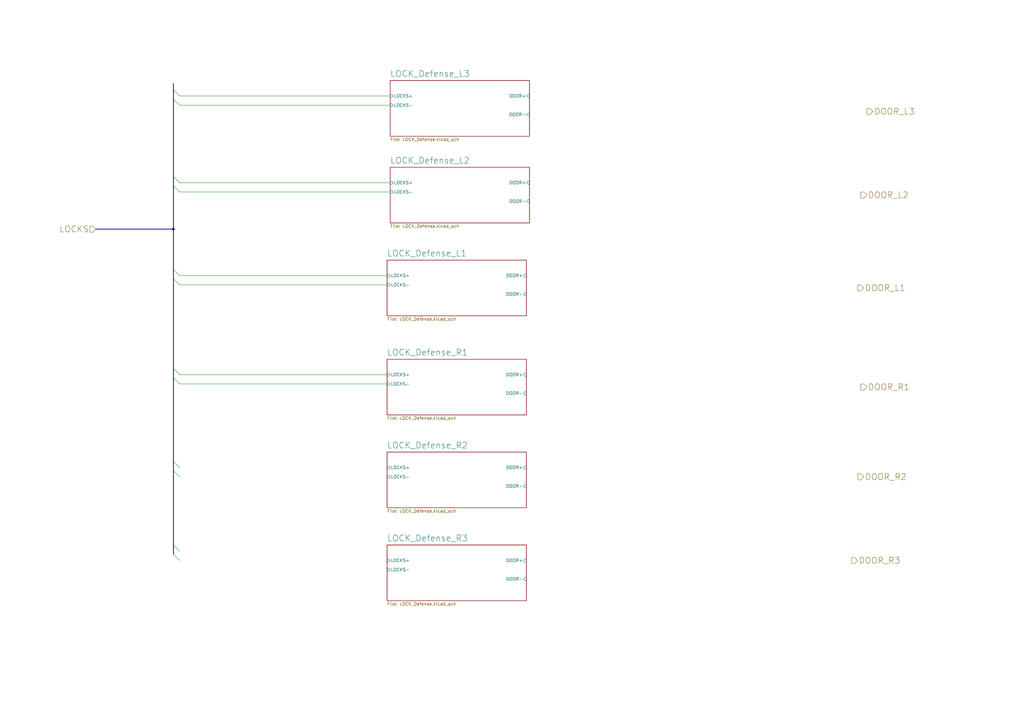
<source format=kicad_sch>
(kicad_sch
	(version 20231120)
	(generator "eeschema")
	(generator_version "8.0")
	(uuid "2247b8ac-f9fc-4f2f-b09a-6590d7925a0b")
	(paper "A3")
	(lib_symbols)
	(junction
		(at 71.12 93.98)
		(diameter 0)
		(color 0 0 0 0)
		(uuid "d449e24e-c7c2-4c0c-afb2-baf41ad4d89c")
	)
	(bus_entry
		(at 71.12 193.04)
		(size 2.54 2.54)
		(stroke
			(width 0)
			(type default)
		)
		(uuid "041e9bd7-61a3-4fe9-92ce-0c2581ebcf0b")
	)
	(bus_entry
		(at 71.12 72.39)
		(size 2.54 2.54)
		(stroke
			(width 0)
			(type default)
		)
		(uuid "061db79f-4a78-421a-88d1-4610ee8e29e8")
	)
	(bus_entry
		(at 71.12 76.2)
		(size 2.54 2.54)
		(stroke
			(width 0)
			(type default)
		)
		(uuid "16180651-7dab-4cc1-b543-b34ec2e5956b")
	)
	(bus_entry
		(at 71.12 36.83)
		(size 2.54 2.54)
		(stroke
			(width 0)
			(type default)
		)
		(uuid "1d5ccfa1-89d8-4559-ae64-8f01be6758b1")
	)
	(bus_entry
		(at 71.12 114.3)
		(size 2.54 2.54)
		(stroke
			(width 0)
			(type default)
		)
		(uuid "2e95b756-53ec-45ca-9649-e9dd3457cbcb")
	)
	(bus_entry
		(at 71.12 189.23)
		(size 2.54 2.54)
		(stroke
			(width 0)
			(type default)
		)
		(uuid "5fd0b11f-d5d3-4b8c-9554-f1ed1f57fc9b")
	)
	(bus_entry
		(at 71.12 223.52)
		(size 2.54 2.54)
		(stroke
			(width 0)
			(type default)
		)
		(uuid "83afcc37-34ca-4ca7-85cc-a7440cafa301")
	)
	(bus_entry
		(at 71.12 40.64)
		(size 2.54 2.54)
		(stroke
			(width 0)
			(type default)
		)
		(uuid "947d6cb0-8d1d-46e6-afa0-9850394fddc0")
	)
	(bus_entry
		(at 71.12 227.33)
		(size 2.54 2.54)
		(stroke
			(width 0)
			(type default)
		)
		(uuid "a0f51cc2-ef5f-4919-9a09-603a22e99cc0")
	)
	(bus_entry
		(at 71.12 154.94)
		(size 2.54 2.54)
		(stroke
			(width 0)
			(type default)
		)
		(uuid "c7741d2d-d9a6-4683-8d8a-58202fe380cb")
	)
	(bus_entry
		(at 71.12 110.49)
		(size 2.54 2.54)
		(stroke
			(width 0)
			(type default)
		)
		(uuid "e438428c-9cb5-4702-a8c4-10143f488743")
	)
	(bus_entry
		(at 71.12 151.13)
		(size 2.54 2.54)
		(stroke
			(width 0)
			(type default)
		)
		(uuid "ed64d5ea-302a-4a90-8936-ca499b6b0505")
	)
	(bus
		(pts
			(xy 71.12 151.13) (xy 71.12 154.94)
		)
		(stroke
			(width 0)
			(type default)
		)
		(uuid "089d838e-15c2-4898-8a91-6a19e9c56056")
	)
	(wire
		(pts
			(xy 73.66 39.37) (xy 160.02 39.37)
		)
		(stroke
			(width 0)
			(type default)
		)
		(uuid "28f935a5-a86d-4bff-8f52-1219a71ae021")
	)
	(wire
		(pts
			(xy 158.75 113.03) (xy 73.66 113.03)
		)
		(stroke
			(width 0)
			(type default)
		)
		(uuid "378bf094-1371-4a60-afb0-ea7701f96abb")
	)
	(bus
		(pts
			(xy 71.12 34.29) (xy 71.12 36.83)
		)
		(stroke
			(width 0)
			(type default)
		)
		(uuid "3de7781b-5374-44cf-8d4d-289755801495")
	)
	(bus
		(pts
			(xy 71.12 72.39) (xy 71.12 76.2)
		)
		(stroke
			(width 0)
			(type default)
		)
		(uuid "48ef4f1a-ef97-4ab2-92b9-e388f2d8a17c")
	)
	(bus
		(pts
			(xy 71.12 189.23) (xy 71.12 193.04)
		)
		(stroke
			(width 0)
			(type default)
		)
		(uuid "495b213b-a1ff-47a4-afd5-43f214cb4c2e")
	)
	(wire
		(pts
			(xy 158.75 116.84) (xy 73.66 116.84)
		)
		(stroke
			(width 0)
			(type default)
		)
		(uuid "4ffe1c1a-c51a-450c-ba39-65b7ba544556")
	)
	(bus
		(pts
			(xy 71.12 223.52) (xy 71.12 227.33)
		)
		(stroke
			(width 0)
			(type default)
		)
		(uuid "59390e43-c944-4193-811c-8e673d89b2f1")
	)
	(bus
		(pts
			(xy 71.12 110.49) (xy 71.12 114.3)
		)
		(stroke
			(width 0)
			(type default)
		)
		(uuid "59b0f26e-ef9c-4b84-b660-e4b7a049fbf4")
	)
	(bus
		(pts
			(xy 71.12 114.3) (xy 71.12 151.13)
		)
		(stroke
			(width 0)
			(type default)
		)
		(uuid "6b4b7ee6-1091-4292-a806-5153ce6243f1")
	)
	(bus
		(pts
			(xy 39.37 93.98) (xy 71.12 93.98)
		)
		(stroke
			(width 0)
			(type default)
		)
		(uuid "7169854b-ae6d-4b26-a730-ae3c0a84cedf")
	)
	(bus
		(pts
			(xy 71.12 36.83) (xy 71.12 40.64)
		)
		(stroke
			(width 0)
			(type default)
		)
		(uuid "a3b4692a-87c7-4d98-937c-9b2885b57073")
	)
	(bus
		(pts
			(xy 71.12 40.64) (xy 71.12 72.39)
		)
		(stroke
			(width 0)
			(type default)
		)
		(uuid "a79029a2-8058-4d13-9ed0-3c0c97954b72")
	)
	(bus
		(pts
			(xy 71.12 93.98) (xy 71.12 110.49)
		)
		(stroke
			(width 0)
			(type default)
		)
		(uuid "aeccbb09-d950-456b-ada0-ddd0595f62d3")
	)
	(wire
		(pts
			(xy 73.66 157.48) (xy 158.75 157.48)
		)
		(stroke
			(width 0)
			(type default)
		)
		(uuid "bbe4560a-5913-4294-95fa-5ee385e1f2fc")
	)
	(bus
		(pts
			(xy 71.12 76.2) (xy 71.12 93.98)
		)
		(stroke
			(width 0)
			(type default)
		)
		(uuid "bce9d886-0053-4905-8cc7-25071272c702")
	)
	(wire
		(pts
			(xy 73.66 74.93) (xy 160.02 74.93)
		)
		(stroke
			(width 0)
			(type default)
		)
		(uuid "d63bc7e8-96a2-48f4-a0e3-4fa9885a125c")
	)
	(wire
		(pts
			(xy 73.66 43.18) (xy 160.02 43.18)
		)
		(stroke
			(width 0)
			(type default)
		)
		(uuid "d64b3b76-24ce-42f9-81e7-9def1a4805f5")
	)
	(wire
		(pts
			(xy 73.66 78.74) (xy 160.02 78.74)
		)
		(stroke
			(width 0)
			(type default)
		)
		(uuid "e6ee6113-2847-46d3-a08b-973efb0e657a")
	)
	(wire
		(pts
			(xy 73.66 153.67) (xy 158.75 153.67)
		)
		(stroke
			(width 0)
			(type default)
		)
		(uuid "f4ca8e88-4318-4c81-8a17-d63cb23fb228")
	)
	(bus
		(pts
			(xy 71.12 193.04) (xy 71.12 223.52)
		)
		(stroke
			(width 0)
			(type default)
		)
		(uuid "fa08d388-2a31-4627-b69e-e110ca8419b9")
	)
	(bus
		(pts
			(xy 71.12 154.94) (xy 71.12 189.23)
		)
		(stroke
			(width 0)
			(type default)
		)
		(uuid "ffb00f68-67d8-4243-82c4-4a036e43a14b")
	)
	(hierarchical_label "DOOR_L3"
		(shape output)
		(at 355.6 45.72 0)
		(fields_autoplaced yes)
		(effects
			(font
				(size 2.5 2.5)
			)
			(justify left)
		)
		(uuid "5e6f1b13-ad84-48ec-9c21-a1b166f9705d")
	)
	(hierarchical_label "DOOR_R2"
		(shape output)
		(at 351.79 195.58 0)
		(fields_autoplaced yes)
		(effects
			(font
				(size 2.5 2.5)
			)
			(justify left)
		)
		(uuid "746cb3d2-5e54-4c53-bf2e-a8e755323c37")
	)
	(hierarchical_label "DOOR_R3"
		(shape output)
		(at 349.25 229.87 0)
		(fields_autoplaced yes)
		(effects
			(font
				(size 2.5 2.5)
			)
			(justify left)
		)
		(uuid "87342c3b-4eee-4a30-8fd8-f12dd3517d5c")
	)
	(hierarchical_label "DOOR_R1"
		(shape output)
		(at 353.06 158.75 0)
		(fields_autoplaced yes)
		(effects
			(font
				(size 2.5 2.5)
			)
			(justify left)
		)
		(uuid "9369205c-5d34-415a-909f-ea9e0dc600b8")
	)
	(hierarchical_label "LOCKS"
		(shape input)
		(at 39.37 93.98 180)
		(fields_autoplaced yes)
		(effects
			(font
				(size 2.5 2.5)
			)
			(justify right)
		)
		(uuid "a552d932-d42c-4682-a513-0820ece59dbf")
	)
	(hierarchical_label "DOOR_L1"
		(shape output)
		(at 351.79 118.11 0)
		(fields_autoplaced yes)
		(effects
			(font
				(size 2.5 2.5)
			)
			(justify left)
		)
		(uuid "ea593657-bd0f-4c75-9106-e6c26d42db47")
	)
	(hierarchical_label "DOOR_L2"
		(shape output)
		(at 353.06 80.01 0)
		(fields_autoplaced yes)
		(effects
			(font
				(size 2.5 2.5)
			)
			(justify left)
		)
		(uuid "fe8c54ba-d101-4458-b471-69b914accccb")
	)
	(sheet
		(at 160.02 68.58)
		(size 57.15 22.86)
		(fields_autoplaced yes)
		(stroke
			(width 0.1524)
			(type solid)
		)
		(fill
			(color 0 0 0 0.0000)
		)
		(uuid "057eceeb-8eaa-463d-bb69-ec3d45f87742")
		(property "Sheetname" "LOCK_Defense_L2"
			(at 160.02 67.2534 0)
			(effects
				(font
					(size 2.5 2.5)
				)
				(justify left bottom)
			)
		)
		(property "Sheetfile" "LOCK_Defense.kicad_sch"
			(at 160.02 92.0246 0)
			(effects
				(font
					(size 1.27 1.27)
				)
				(justify left top)
			)
		)
		(pin "LOCKS-" input
			(at 160.02 78.74 180)
			(effects
				(font
					(size 1.27 1.27)
				)
				(justify left)
			)
			(uuid "984e5322-5b38-4017-967f-6a992f23bd8f")
		)
		(pin "LOCKS+" input
			(at 160.02 74.93 180)
			(effects
				(font
					(size 1.27 1.27)
				)
				(justify left)
			)
			(uuid "78013e0b-20be-4a9c-8e9d-59d6315efb24")
		)
		(pin "DOOR+" input
			(at 217.17 74.93 0)
			(effects
				(font
					(size 1.27 1.27)
				)
				(justify right)
			)
			(uuid "a8b95b1c-edb6-40af-97e6-01176349a897")
		)
		(pin "DOOR-" input
			(at 217.17 82.55 0)
			(effects
				(font
					(size 1.27 1.27)
				)
				(justify right)
			)
			(uuid "34c2b444-fdda-4a4f-9301-af9b5835c882")
		)
		(instances
			(project "Узел Питания и управления"
				(path "/6115ee0e-5e78-4c0d-871b-9dd505856633/eec8dfbe-8f8b-4c71-ac03-1bc86a0697bb/2d76267a-c402-4c8c-af79-8024640b87e9/8458b088-49be-4940-a76e-2f84ad6350d4"
					(page "15")
				)
			)
		)
	)
	(sheet
		(at 158.75 185.42)
		(size 57.15 22.86)
		(fields_autoplaced yes)
		(stroke
			(width 0.1524)
			(type solid)
		)
		(fill
			(color 0 0 0 0.0000)
		)
		(uuid "125d71d8-88b7-4645-93bd-b5094f09b1a7")
		(property "Sheetname" "LOCK_Defense_R2"
			(at 158.75 184.0934 0)
			(effects
				(font
					(size 2.5 2.5)
				)
				(justify left bottom)
			)
		)
		(property "Sheetfile" "LOCK_Defense.kicad_sch"
			(at 158.75 208.8646 0)
			(effects
				(font
					(size 1.27 1.27)
				)
				(justify left top)
			)
		)
		(pin "LOCKS-" input
			(at 158.75 195.58 180)
			(effects
				(font
					(size 1.27 1.27)
				)
				(justify left)
			)
			(uuid "c858e064-463d-497c-a3c4-1cead3da8e37")
		)
		(pin "LOCKS+" input
			(at 158.75 191.77 180)
			(effects
				(font
					(size 1.27 1.27)
				)
				(justify left)
			)
			(uuid "33259e77-360d-46c3-8166-4dec138552d3")
		)
		(pin "DOOR+" input
			(at 215.9 191.77 0)
			(effects
				(font
					(size 1.27 1.27)
				)
				(justify right)
			)
			(uuid "49be2bda-5c20-4831-bb43-32f9ea795a9f")
		)
		(pin "DOOR-" input
			(at 215.9 199.39 0)
			(effects
				(font
					(size 1.27 1.27)
				)
				(justify right)
			)
			(uuid "43267330-d88b-4469-9fe1-90afadd81e6a")
		)
		(instances
			(project "Узел Питания и управления"
				(path "/6115ee0e-5e78-4c0d-871b-9dd505856633/eec8dfbe-8f8b-4c71-ac03-1bc86a0697bb/2d76267a-c402-4c8c-af79-8024640b87e9/8458b088-49be-4940-a76e-2f84ad6350d4"
					(page "18")
				)
			)
		)
	)
	(sheet
		(at 158.75 147.32)
		(size 57.15 22.86)
		(fields_autoplaced yes)
		(stroke
			(width 0.1524)
			(type solid)
		)
		(fill
			(color 0 0 0 0.0000)
		)
		(uuid "142f35e6-f583-4806-a30d-15c5c709375a")
		(property "Sheetname" "LOCK_Defense_R1"
			(at 158.75 145.9934 0)
			(effects
				(font
					(size 2.5 2.5)
				)
				(justify left bottom)
			)
		)
		(property "Sheetfile" "LOCK_Defense.kicad_sch"
			(at 158.75 170.7646 0)
			(effects
				(font
					(size 1.27 1.27)
				)
				(justify left top)
			)
		)
		(pin "LOCKS-" input
			(at 158.75 157.48 180)
			(effects
				(font
					(size 1.27 1.27)
				)
				(justify left)
			)
			(uuid "842b7631-2e0c-4a12-94c6-0bc44c31f4af")
		)
		(pin "LOCKS+" input
			(at 158.75 153.67 180)
			(effects
				(font
					(size 1.27 1.27)
				)
				(justify left)
			)
			(uuid "1993f0de-0641-4363-a3f8-29cba105e552")
		)
		(pin "DOOR+" input
			(at 215.9 153.67 0)
			(effects
				(font
					(size 1.27 1.27)
				)
				(justify right)
			)
			(uuid "643bf7f9-774b-4a49-b51c-14d51e69793b")
		)
		(pin "DOOR-" input
			(at 215.9 161.29 0)
			(effects
				(font
					(size 1.27 1.27)
				)
				(justify right)
			)
			(uuid "d6710943-0bfc-4293-9aec-4f3245ec3beb")
		)
		(instances
			(project "Узел Питания и управления"
				(path "/6115ee0e-5e78-4c0d-871b-9dd505856633/eec8dfbe-8f8b-4c71-ac03-1bc86a0697bb/2d76267a-c402-4c8c-af79-8024640b87e9/8458b088-49be-4940-a76e-2f84ad6350d4"
					(page "17")
				)
			)
		)
	)
	(sheet
		(at 160.02 33.02)
		(size 57.15 22.86)
		(fields_autoplaced yes)
		(stroke
			(width 0.1524)
			(type solid)
		)
		(fill
			(color 0 0 0 0.0000)
		)
		(uuid "54203010-388e-490a-bcfe-d30cd1d89fc6")
		(property "Sheetname" "LOCK_Defense_L3"
			(at 160.02 31.6934 0)
			(effects
				(font
					(size 2.5 2.5)
				)
				(justify left bottom)
			)
		)
		(property "Sheetfile" "LOCK_Defense.kicad_sch"
			(at 160.02 56.4646 0)
			(effects
				(font
					(size 1.27 1.27)
				)
				(justify left top)
			)
		)
		(pin "LOCKS-" input
			(at 160.02 43.18 180)
			(effects
				(font
					(size 1.27 1.27)
				)
				(justify left)
			)
			(uuid "aee89781-9861-4c8d-8099-ed5523c70f61")
		)
		(pin "LOCKS+" input
			(at 160.02 39.37 180)
			(effects
				(font
					(size 1.27 1.27)
				)
				(justify left)
			)
			(uuid "d5533bdc-22b1-4e9b-a1e1-f1a7c6f2dcfe")
		)
		(pin "DOOR+" input
			(at 217.17 39.37 0)
			(effects
				(font
					(size 1.27 1.27)
				)
				(justify right)
			)
			(uuid "503a6569-47f1-43b6-98a4-5d5ee64e0bd1")
		)
		(pin "DOOR-" input
			(at 217.17 46.99 0)
			(effects
				(font
					(size 1.27 1.27)
				)
				(justify right)
			)
			(uuid "fc5884de-4389-4fd3-9c46-59ed8ee1130d")
		)
		(instances
			(project "Узел Питания и управления"
				(path "/6115ee0e-5e78-4c0d-871b-9dd505856633/eec8dfbe-8f8b-4c71-ac03-1bc86a0697bb/2d76267a-c402-4c8c-af79-8024640b87e9/8458b088-49be-4940-a76e-2f84ad6350d4"
					(page "14")
				)
			)
		)
	)
	(sheet
		(at 158.75 106.68)
		(size 57.15 22.86)
		(fields_autoplaced yes)
		(stroke
			(width 0.1524)
			(type solid)
		)
		(fill
			(color 0 0 0 0.0000)
		)
		(uuid "8bc115b1-d492-499d-ae0d-8db9507ef333")
		(property "Sheetname" "LOCK_Defense_L1"
			(at 158.75 105.3534 0)
			(effects
				(font
					(size 2.5 2.5)
				)
				(justify left bottom)
			)
		)
		(property "Sheetfile" "LOCK_Defense.kicad_sch"
			(at 158.75 130.1246 0)
			(effects
				(font
					(size 1.27 1.27)
				)
				(justify left top)
			)
		)
		(pin "LOCKS-" input
			(at 158.75 116.84 180)
			(effects
				(font
					(size 1.27 1.27)
				)
				(justify left)
			)
			(uuid "ba6fae05-317f-4d96-b31e-7eaecbd34fef")
		)
		(pin "LOCKS+" input
			(at 158.75 113.03 180)
			(effects
				(font
					(size 1.27 1.27)
				)
				(justify left)
			)
			(uuid "6163c383-ca3b-4c7e-a615-1be39e64ff1d")
		)
		(pin "DOOR+" input
			(at 215.9 113.03 0)
			(effects
				(font
					(size 1.27 1.27)
				)
				(justify right)
			)
			(uuid "344aef61-ba40-46b9-8f1c-7b7de750242f")
		)
		(pin "DOOR-" input
			(at 215.9 120.65 0)
			(effects
				(font
					(size 1.27 1.27)
				)
				(justify right)
			)
			(uuid "55f4d387-1fc9-46d6-b9fc-52d489672f0e")
		)
		(instances
			(project "Узел Питания и управления"
				(path "/6115ee0e-5e78-4c0d-871b-9dd505856633/eec8dfbe-8f8b-4c71-ac03-1bc86a0697bb/2d76267a-c402-4c8c-af79-8024640b87e9/8458b088-49be-4940-a76e-2f84ad6350d4"
					(page "16")
				)
			)
		)
	)
	(sheet
		(at 158.75 223.52)
		(size 57.15 22.86)
		(fields_autoplaced yes)
		(stroke
			(width 0.1524)
			(type solid)
		)
		(fill
			(color 0 0 0 0.0000)
		)
		(uuid "a142baed-fc79-42fd-ab41-8f7f9d4d1c8f")
		(property "Sheetname" "LOCK_Defense_R3"
			(at 158.75 222.1934 0)
			(effects
				(font
					(size 2.5 2.5)
				)
				(justify left bottom)
			)
		)
		(property "Sheetfile" "LOCK_Defense.kicad_sch"
			(at 158.75 246.9646 0)
			(effects
				(font
					(size 1.27 1.27)
				)
				(justify left top)
			)
		)
		(pin "LOCKS-" input
			(at 158.75 233.68 180)
			(effects
				(font
					(size 1.27 1.27)
				)
				(justify left)
			)
			(uuid "881d22de-b777-47c0-bbfb-023687fa3fd3")
		)
		(pin "LOCKS+" input
			(at 158.75 229.87 180)
			(effects
				(font
					(size 1.27 1.27)
				)
				(justify left)
			)
			(uuid "8597b743-0077-41f3-aaa3-1ca5448b7c0c")
		)
		(pin "DOOR+" input
			(at 215.9 229.87 0)
			(effects
				(font
					(size 1.27 1.27)
				)
				(justify right)
			)
			(uuid "a0063fb3-da46-42b8-8480-cc1c22de9def")
		)
		(pin "DOOR-" input
			(at 215.9 237.49 0)
			(effects
				(font
					(size 1.27 1.27)
				)
				(justify right)
			)
			(uuid "410f4665-eff0-4ad5-a3a7-e170775d0f95")
		)
		(instances
			(project "Узел Питания и управления"
				(path "/6115ee0e-5e78-4c0d-871b-9dd505856633/eec8dfbe-8f8b-4c71-ac03-1bc86a0697bb/2d76267a-c402-4c8c-af79-8024640b87e9/8458b088-49be-4940-a76e-2f84ad6350d4"
					(page "19")
				)
			)
		)
	)
)

</source>
